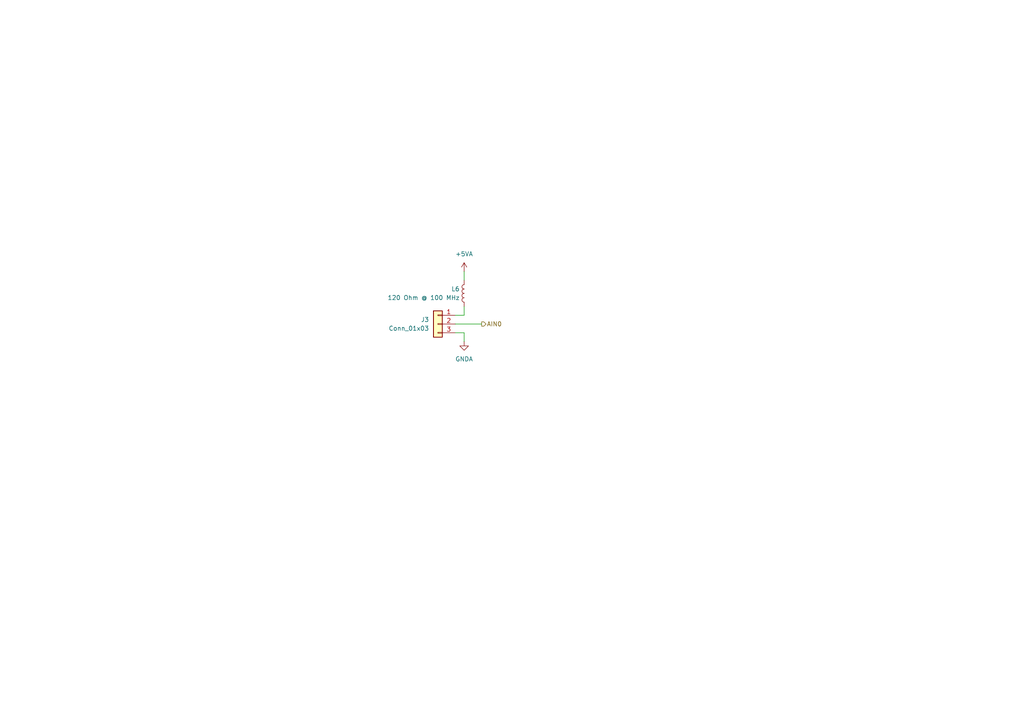
<source format=kicad_sch>
(kicad_sch (version 20231120) (generator "eeschema") (generator_version "8.0")
  (paper "A4")
  (lib_symbols
    (symbol "Connector_Generic:Conn_01x03" (pin_names (offset 1.016) hide)
      (property "Reference" "J" (at 0 5.08 0))
      (property "Value" "Conn_01x03" (at 0 -5.08 0))
      (symbol "Conn_01x03_1_1"
        (rectangle (start -1.27 -2.413) (end 0 -2.667) (stroke (width 0.1524)))
        (rectangle (start -1.27 0.127) (end 0 -0.127) (stroke (width 0.1524)))
        (rectangle (start -1.27 2.667) (end 0 2.413) (stroke (width 0.1524)))
        (rectangle (start -1.27 3.81) (end 1.27 -3.81) (stroke (width 0.254)) (fill (type background)))
        (pin passive line (at -5.08 2.54 0) (length 3.81) (name "Pin_1") (number "1"))
        (pin passive line (at -5.08 0 0) (length 3.81) (name "Pin_2") (number "2"))
        (pin passive line (at -5.08 -2.54 0) (length 3.81) (name "Pin_3") (number "3"))
      )
    )
    (symbol "Device:L" (pin_numbers hide) (pin_names (offset 1.016) hide)
      (property "Reference" "L" (at -1.27 0 90))
      (property "Value" "L" (at 1.905 0 90))
      (symbol "L_0_1"
        (arc (start 0 -2.54) (mid 0.6323 -1.905) (end 0 -1.27))
        (arc (start 0 -1.27) (mid 0.6323 -0.635) (end 0 0))
        (arc (start 0 0) (mid 0.6323 0.635) (end 0 1.27))
        (arc (start 0 1.27) (mid 0.6323 1.905) (end 0 2.54))
      )
      (symbol "L_1_1"
        (pin passive line (at 0 3.81 270) (length 1.27) (name "1") (number "1"))
        (pin passive line (at 0 -3.81 90) (length 1.27) (name "2") (number "2"))
      )
    )
    (symbol "power:+5VA" (power) (pin_numbers hide) (pin_names (offset 0) hide)
      (property "Value" "+5VA" (at 0 3.556 0))
      (symbol "+5VA_0_1"
        (polyline (pts (xy -0.762 1.27) (xy 0 2.54)))
        (polyline (pts (xy 0 0) (xy 0 2.54)))
        (polyline (pts (xy 0 2.54) (xy 0.762 1.27)))
      )
      (symbol "+5VA_1_1"
        (pin power_in line (at 0 0 90) (length 0) (name "~") (number "1"))
      )
    )
    (symbol "power:GNDA" (power) (pin_numbers hide) (pin_names (offset 0) hide)
      (property "Value" "GNDA" (at 0 -3.81 0))
      (symbol "GNDA_0_1"
        (polyline (pts (xy 0 0) (xy 0 -1.27) (xy 1.27 -1.27) (xy 0 -2.54) (xy -1.27 -1.27) (xy 0 -1.27)))
      )
      (symbol "GNDA_1_1"
        (pin power_in line (at 0 0 270) (length 0) (name "~") (number "1"))
      )
    )
  )
  (wire (pts (xy 134.62 81.28) (xy 134.62 78.74)))
  (wire (pts (xy 134.62 88.9) (xy 134.62 91.44)))
  (wire (pts (xy 132.08 93.98) (xy 139.7 93.98)))
  (wire (pts (xy 132.08 96.52) (xy 134.62 96.52)))
  (wire (pts (xy 134.62 91.44) (xy 132.08 91.44)))
  (wire (pts (xy 134.62 99.06) (xy 134.62 96.52)))
  (hierarchical_label "AIN0" (shape output) (at 139.7 93.98 0))
  (symbol (lib_id "Device:L") (at 134.62 85.09 0) (mirror y) (unit 1)
    (property "Reference" "L6" (at 133.35 83.8199 0) (effects (justify left)))
    (property "Value" "120 Ohm @ 100 MHz" (at 133.35 86.3599 0) (effects (justify left)))
    (property "Footprint" "Inductor_SMD:L_0805_2012Metric" (effects (hide yes)))
    (property "Description" "BLM21PG121SN1D" (effects (hide yes)))
  )
  (symbol (lib_id "power:GNDA") (at 134.62 99.06 0) (unit 1)
    (property "Reference" "#PWR18" (effects (hide yes)))
    (property "Value" "GNDA" (at 134.62 104.14 0))
    (property "Description" "Power symbol creates a global label with name \"GNDA\" , analog ground" (effects (hide yes)))
  )
  (symbol (lib_id "power:+5VA") (at 134.62 78.74 0) (unit 1)
    (property "Reference" "#PWR19" (effects (hide yes)))
    (property "Value" "+5VA" (at 134.62 73.66 0))
    (property "Description" "Power symbol creates a global label with name \"+5VA\"" (effects (hide yes)))
  )
  (symbol (lib_id "Connector_Generic:Conn_01x03") (at 127 93.98 0) (mirror y) (unit 1)
    (property "Reference" "J3" (at 124.46 92.7099 0) (effects (justify left)))
    (property "Value" "Conn_01x03" (at 124.46 95.2499 0) (effects (justify left)))
    (property "Footprint" "main:DG350-3.5-03P" (effects (hide yes)))
    (property "Description" "Generic connector, single row, 01x03, script generated (kicad-library-utils/schlib/autogen/connector/)" (effects (hide yes)))
  )
)
</source>
